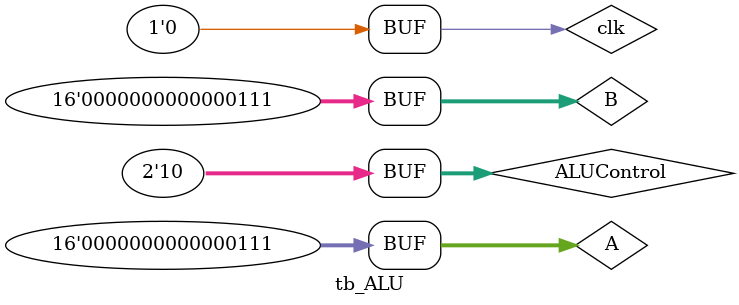
<source format=sv>
module tb_ALU();
	logic clk;
	logic [15:0] A, B, Res;
	logic [1:0] ALUControl;
	logic [4:0] Flags;
	
	ALU DUT(A,B,ALUControl, Flags, Res);
					
	always  
		begin 
			clk <= 1; 
			# 5; 
			clk <= 0; 
			# 5;
		end
	
	always 
		begin 
			# 10;  
			ALUControl  	<= 2'b00;
			A					<= 16'b111;
			B  				<= 16'b111;
			# 10;  
			ALUControl  	<= 2'b00; 
			A					<= 16'b1111111111111111;
			B  				<= 16'b111;
			# 10;  
			ALUControl  	<= 2'b00;
			A					<= 16'b1111111111111111;
			B  				<= 16'b1;
			# 10;   
			ALUControl  	<= 2'b01;
			A					<= 16'b111;
			B  				<= 16'b0;
			# 10;  
			ALUControl  	<= 2'b10;
			A					<= 16'b111;
			B  				<= 16'b111;
			
		end
	
	
	
endmodule 
</source>
